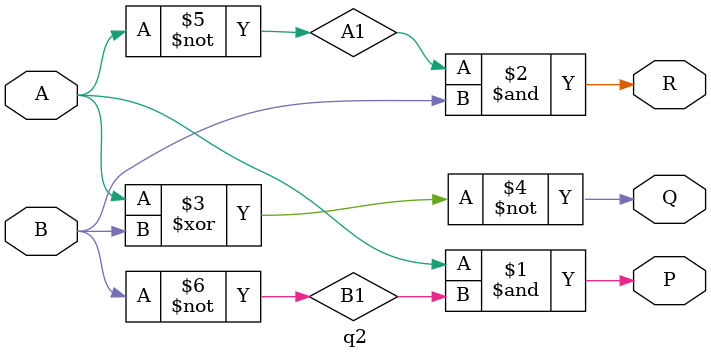
<source format=v>
module q2(A,B,P,Q,R);
input A,B;
output P,Q,R;
not(A1,A);
not(B1,B);
and(P,A,B1);
and(R,A1,B);
xnor(Q,A,B);
endmodule


</source>
